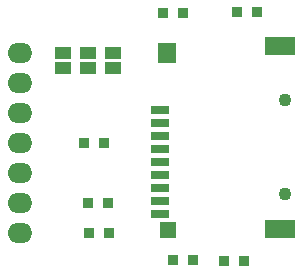
<source format=gts>
G04*
G04 #@! TF.GenerationSoftware,Altium Limited,Altium Designer,22.3.1 (43)*
G04*
G04 Layer_Color=8388736*
%FSLAX25Y25*%
%MOIN*%
G70*
G04*
G04 #@! TF.SameCoordinates,B0CD7CAE-3E36-43F7-B439-C09FFECED3EA*
G04*
G04*
G04 #@! TF.FilePolarity,Negative*
G04*
G01*
G75*
%ADD19R,0.09843X0.05906*%
%ADD20R,0.05906X0.06693*%
%ADD21R,0.05906X0.03150*%
%ADD22R,0.05827X0.05827*%
%ADD23R,0.03740X0.03740*%
%ADD24R,0.05512X0.03937*%
%ADD25C,0.04331*%
%ADD26O,0.08268X0.06693*%
D19*
X102657Y27264D02*
D03*
Y88287D02*
D03*
D20*
X64862Y86024D02*
D03*
D21*
X62500Y67028D02*
D03*
Y62697D02*
D03*
Y41043D02*
D03*
Y45374D02*
D03*
Y49705D02*
D03*
Y54035D02*
D03*
Y58366D02*
D03*
Y36713D02*
D03*
Y32382D02*
D03*
D22*
X65158Y26870D02*
D03*
D23*
X43996Y55905D02*
D03*
X37303D02*
D03*
X90748Y16732D02*
D03*
X84055D02*
D03*
X66929Y16929D02*
D03*
X73622D02*
D03*
X88189Y99705D02*
D03*
X94882D02*
D03*
X63779Y99508D02*
D03*
X70473D02*
D03*
X38583Y36083D02*
D03*
X45276D02*
D03*
X38937Y26024D02*
D03*
X45630D02*
D03*
D24*
X46850Y81004D02*
D03*
Y86122D02*
D03*
X30315Y86024D02*
D03*
Y80905D02*
D03*
X38583Y86024D02*
D03*
Y80905D02*
D03*
D25*
X104232Y38878D02*
D03*
Y70374D02*
D03*
D26*
X15842Y85905D02*
D03*
Y25905D02*
D03*
Y35906D02*
D03*
Y45906D02*
D03*
Y55905D02*
D03*
Y65905D02*
D03*
Y75906D02*
D03*
M02*

</source>
